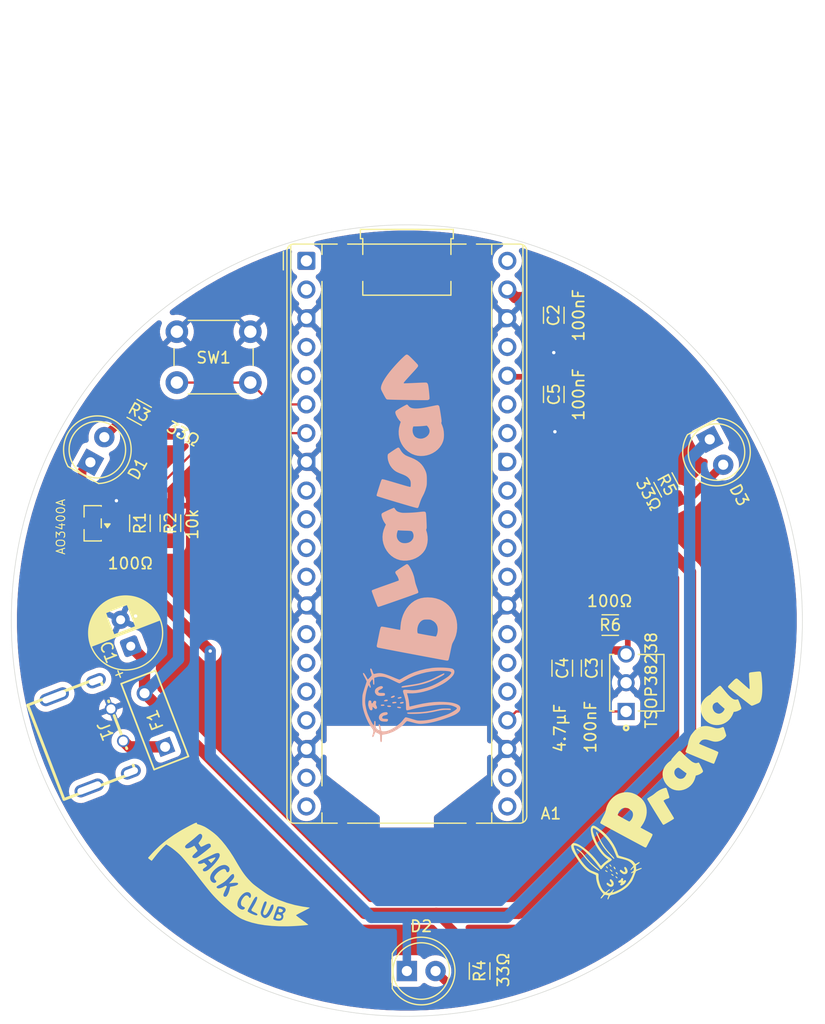
<source format=kicad_pcb>
(kicad_pcb (version 20241229) (generator "pcbnew") (generator_version "9.0")
  (layers (0 "F.Cu" signal) (2 "B.Cu" signal) (13 "F.Paste" user) (15 "B.Paste" user) (5 "F.SilkS" user "F.Silkscreen") (7 "B.SilkS" user "B.Silkscreen") (1 "F.Mask" user) (3 "B.Mask" user) (25 "Edge.Cuts" user))
  (net 0 "")
  (net 2 "IRTX")
  (net 3 "GND")
  (net 5 "GP16")
  (net 11 "+5V")
  (net 27 "+3.3V")
  (net 29 "Net-(A2-VS)")
  (net 30 "IRLEDNODE")
  (net 31 "Net-(D1-A)")
  (net 32 "Net-(D2-A)")
  (net 33 "Net-(D3-A)")
  (net 34 "Net-(F1-Pad1)")
  (net 35 "Net-(Q1-G)")
  (net 38 "Net-(A1-GPIO4)")
  (footprint "LED_THT:LED_D5.0mm" (layer "F.Cu") (at 122 86 61)
    (property "Reference" "D1" (at 1.532819 3.940998 61) (layer "F.SilkS"))
    (property "Value" "LED" (hide yes))
    (pad "1" thru_hole rect (at 0 0 61) (size 1.8 1.8) (drill 0.9) (layers "*.Cu" "*.Mask") (net 30 "IRLEDNODE"))
    (pad "2" thru_hole circle (at 2.539998 -0.000003 61) (size 1.8 1.8) (drill 0.9) (layers "*.Cu" "*.Mask") (net 31 "Net-(D1-A)"))
  )
  (footprint "Capacitor_SMD:C_1206_3216Metric_Pad1.33x1.80mm_HandSolder" (layer "F.Cu") (at 163.750001 104.2125 -90)
    (property "Reference" "C4" (at 0 -0.020003 90) (layer "F.SilkS"))
    (property "Value" "4.7µF" (at 5.300004 0.2 90) (layer "F.SilkS"))
    (pad "1" smd roundrect (at -1.562501 0 270) (size 1.325 1.8) (layers "F.Cu" "F.Mask" "F.Paste") (roundrect_rratio 0.188679) (net 29 "Net-(A2-VS)"))
    (pad "2" smd roundrect (at 1.562501 0 270) (size 1.325 1.8) (layers "F.Cu" "F.Mask" "F.Paste") (roundrect_rratio 0.188679) (net 3 "GND"))
  )
  (footprint "Resistor_SMD:R_1206_3216Metric_Pad1.30x1.75mm_HandSolder" (layer "F.Cu") (at 129.08 91.39 90)
    (property "Reference" "R2" (at 0 0 90) (layer "F.SilkS"))
    (property "Value" "10k" (at -0.09 1.95 90) (layer "F.SilkS"))
    (pad "1" smd roundrect (at -1.550001 0 90) (size 1.3 1.75) (layers "F.Cu" "F.Mask" "F.Paste") (roundrect_rratio 0.192308) (net 35 "Net-(Q1-G)"))
    (pad "2" smd roundrect (at 1.550001 0 90) (size 1.3 1.75) (layers "F.Cu" "F.Mask" "F.Paste") (roundrect_rratio 0.192308) (net 3 "GND"))
  )
  (footprint "Resistor_SMD:R_1206_3216Metric_Pad1.30x1.75mm_HandSolder" (layer "F.Cu") (at 126.31813 81.58486 151)
    (property "Reference" "R3" (at 0 0 151) (layer "F.SilkS"))
    (property "Value" "33Ω" (at -4.323638 0.206949 151) (layer "F.SilkS"))
    (pad "1" smd roundrect (at -1.550001 0.000004 151) (size 1.3 1.75) (layers "F.Cu" "F.Mask" "F.Paste") (roundrect_rratio 0.192308) (net 11 "+5V"))
    (pad "2" smd roundrect (at 1.550001 -0.000004 151) (size 1.3 1.75) (layers "F.Cu" "F.Mask" "F.Paste") (roundrect_rratio 0.192308) (net 31 "Net-(D1-A)"))
  )
  (footprint "Resistor_SMD:R_1206_3216Metric_Pad1.30x1.75mm_HandSolder" (layer "F.Cu") (at 156.44 131 -90)
    (property "Reference" "R4" (at 0 0 90) (layer "F.SilkS"))
    (property "Value" "33Ω" (at -0.1 -2.1 90) (layer "F.SilkS"))
    (pad "1" smd roundrect (at -1.55 0 270) (size 1.3 1.75) (layers "F.Cu" "F.Mask" "F.Paste") (roundrect_rratio 0.192308) (net 11 "+5V"))
    (pad "2" smd roundrect (at 1.55 0 270) (size 1.3 1.75) (layers "F.Cu" "F.Mask" "F.Paste") (roundrect_rratio 0.192308) (net 32 "Net-(D2-A)"))
  )
  (footprint "Package_TO_SOT_SMD:SOT-23" (layer "F.Cu") (at 122.2 91.4 180)
    (property "Reference" "Q1" (hide yes))
    (property "Value" "AO3400A" (at 2.82 -0.31 90) (layer "F.SilkS") (effects (font (size 0.75 0.75) (thickness 0.09375))))
    (pad "1" smd roundrect (at -0.9375 -0.95 180) (size 1.475 0.6) (layers "F.Cu" "F.Mask" "F.Paste") (net 35 "Net-(Q1-G)"))
    (pad "2" smd roundrect (at -0.9375 0.95 180) (size 1.475 0.6) (layers "F.Cu" "F.Mask" "F.Paste") (net 3 "GND"))
    (pad "3" smd roundrect (at 0.937501 0 180) (size 1.475 0.6) (layers "F.Cu" "F.Mask" "F.Paste") (net 30 "IRLEDNODE"))
  )
  (footprint "LOGO" (layer "F.Cu") (at 134.7 123.3 -36)
    (property "Reference" "G***" (hide yes))
    (property "Value" "LOGO" (hide yes))
  )
  (footprint "Resistor_SMD:R_1206_3216Metric_Pad1.30x1.75mm_HandSolder" (layer "F.Cu") (at 168 100.4 180)
    (property "Reference" "R6" (at 0 0 0) (layer "F.SilkS"))
    (property "Value" "100Ω" (at 0.050005 2.112498 0) (layer "F.SilkS"))
    (pad "1" smd roundrect (at -1.549997 -0.000002 180) (size 1.3 1.75) (layers "F.Cu" "F.Mask" "F.Paste") (roundrect_rratio 0.192308) (net 29 "Net-(A2-VS)"))
    (pad "2" smd roundrect (at 1.549997 0.000002 180) (size 1.3 1.75) (layers "F.Cu" "F.Mask" "F.Paste") (roundrect_rratio 0.192308) (net 27 "+3.3V"))
  )
  (footprint "USBC:USB-C-TH_TYPE-C-31-M-33" (layer "F.Cu") (at 122.354413 110.002394 -69)
    (property "Reference" "J1" (at 0.13934 -0.965125 111) (layer "F.SilkS"))
    (property "Value" "USB_C_Receptacle_PowerOnly_6P" (hide yes))
    (pad "3" thru_hole oval (at 4.319982 -1.800009 21) (size 1.8 1.1) (drill oval 1.3 0.6) (layers "*.Cu" "*.Mask"))
    (pad "4" thru_hole oval (at 4.320007 2.149986 291) (size 1.1 2.7) (drill oval 0.6 2.2) (layers "*.Cu" "*.Mask"))
    (pad "5" thru_hole oval (at -4.32 2.150003 291) (size 1.1 2.7) (drill oval 0.6 2.2) (layers "*.Cu" "*.Mask"))
    (pad "6" thru_hole oval (at -4.319986 -1.799989 21) (size 1.8 1.1) (drill oval 1.3 0.6) (layers "*.Cu" "*.Mask"))
    (pad "A9" thru_hole circle (at 1.519993 -2.150001 291) (size 1.1 1.1) (drill 0.8) (layers "*.Cu" "*.Mask") (net 34 "Net-(F1-Pad1)"))
    (pad "B12" thru_hole circle (at -1.520008 -2.149995 291) (size 1.1 1.1) (drill 0.8) (layers "*.Cu" "*.Mask") (net 3 "GND"))
  )
  (footprint "Resistor_SMD:R_1206_3216Metric_Pad1.30x1.75mm_HandSolder" (layer "F.Cu") (at 173 88 -62)
    (property "Reference" "R5" (at 0 0 118) (layer "F.SilkS"))
    (property "Value" "33Ω" (at -0.000002 1.83 118) (layer "F.SilkS"))
    (pad "1" smd roundrect (at -1.550003 0.000004 298) (size 1.3 1.75) (layers "F.Cu" "F.Mask" "F.Paste") (roundrect_rratio 0.192308) (net 11 "+5V"))
    (pad "2" smd roundrect (at 1.550003 -0.000004 298) (size 1.3 1.75) (layers "F.Cu" "F.Mask" "F.Paste") (roundrect_rratio 0.192308) (net 33 "Net-(D3-A)"))
  )
  (footprint "LED_THT:LED_D5.0mm" (layer "F.Cu") (at 176.801427 83.974242 -62)
    (property "Reference" "D3" (at 5.569142 0.0181 118) (layer "F.SilkS"))
    (property "Value" "LED" (hide yes))
    (pad "1" thru_hole rect (at 0 0 298) (size 1.8 1.8) (drill 0.9) (layers "*.Cu" "*.Mask") (net 30 "IRLEDNODE"))
    (pad "2" thru_hole circle (at 2.539998 0.000003 298) (size 1.8 1.8) (drill 0.9) (layers "*.Cu" "*.Mask") (net 33 "Net-(D3-A)"))
  )
  (footprint "Resistor_SMD:R_1206_3216Metric_Pad1.30x1.75mm_HandSolder" (layer "F.Cu") (at 126.38 91.390001 -90)
    (property "Reference" "R1" (at 0 0 90) (layer "F.SilkS"))
    (property "Value" "100Ω" (at 3.559999 0.84 0) (layer "F.SilkS"))
    (pad "1" smd roundrect (at -1.550001 0 270) (size 1.3 1.75) (layers "F.Cu" "F.Mask" "F.Paste") (roundrect_rratio 0.192308) (net 2 "IRTX"))
    (pad "2" smd roundrect (at 1.550001 0 270) (size 1.3 1.75) (layers "F.Cu" "F.Mask" "F.Paste") (roundrect_rratio 0.192308) (net 35 "Net-(Q1-G)"))
  )
  (footprint "LED_THT:LED_D5.0mm" (layer "F.Cu") (at 150 131)
    (property "Reference" "D2" (at 1.27 -3.96 0) (layer "F.SilkS"))
    (property "Value" "LED" (hide yes))
    (pad "1" thru_hole rect (at 0 0) (size 1.8 1.8) (drill 0.9) (layers "*.Cu" "*.Mask") (net 30 "IRLEDNODE"))
    (pad "2" thru_hole circle (at 2.54 0) (size 1.8 1.8) (drill 0.9) (layers "*.Cu" "*.Mask") (net 32 "Net-(D2-A)"))
  )
  (footprint "Capacitor_SMD:C_1206_3216Metric_Pad1.33x1.80mm_HandSolder" (layer "F.Cu") (at 166.350004 104.212498 -90)
    (property "Reference" "C3" (at 0 -0.020003 90) (layer "F.SilkS"))
    (property "Value" "100nF" (at 5.199998 0.1 90) (layer "F.SilkS"))
    (pad "1" smd roundrect (at -1.562501 0 270) (size 1.325 1.8) (layers "F.Cu" "F.Mask" "F.Paste") (roundrect_rratio 0.188679) (net 29 "Net-(A2-VS)"))
    (pad "2" smd roundrect (at 1.562501 0 270) (size 1.325 1.8) (layers "F.Cu" "F.Mask" "F.Paste") (roundrect_rratio 0.188679) (net 3 "GND"))
  )
  (footprint "TSOP38238:XDCR_TSOP38238" (layer "F.Cu") (at 169.4 105.5 90)
    (property "Reference" "A2" (hide yes))
    (property "Value" "TSOP38238" (at 0.211791 2.226015 90) (layer "F.SilkS"))
    (pad "1" thru_hole rect (at -2.540002 0.000002 90) (size 1.518 1.518) (drill 1.01) (layers "*.Cu" "*.Mask") (net 5 "GP16"))
    (pad "2" thru_hole circle (at 0 0 90) (size 1.518 1.518) (drill 1.01) (layers "*.Cu" "*.Mask") (net 3 "GND"))
    (pad "3" thru_hole circle (at 2.540002 -0.000002 90) (size 1.518 1.518) (drill 1.01) (layers "*.Cu" "*.Mask") (net 29 "Net-(A2-VS)"))
  )
  (footprint "LOGO" (layer "F.Cu") (at 173.433746 113.903253 51)
    (property "Reference" "G***" (hide yes))
    (property "Value" "LOGO" (hide yes))
  )
  (footprint "Module:RaspberryPi_Pico_Common_THT" (layer "F.Cu") (at 141.11 68.1825)
    (property "Reference" "A1" (at 20.6375 48.895 0) (layer "F.SilkS") (effects (justify left)))
    (property "Value" "RaspberryPi_Pico_W")
    (pad "1" thru_hole roundrect (at 0 0) (size 1.6 1.6) (drill 1) (layers "*.Cu" "*.Mask") (roundrect_rratio 0.125))
    (pad "2" thru_hole circle (at 0 2.54) (size 1.6 1.6) (drill 1) (layers "*.Cu" "*.Mask"))
    (pad "3" thru_hole custom (at 0 5.08) (size 1.6 1.6) (drill 1) (layers "*.Cu" "*.Mask") (net 3 "GND") (options (clearance outline) (anchor circle)) (primitives (gr_poly (pts (xy 0.8 0.6) (xy 0.8 -0.6) (xy 0.6 -0.8) (xy 0 -0.8) (xy 0 0.8) (xy 0.6 0.8)) (width 0) (fill yes)) (gr_circle (center 0.6 0.6) (end 0.8 0.6) (width 0) (fill yes)) (gr_circle (center 0.6 -0.6) (end 0.8 -0.6) (width 0) (fill yes))))
    (pad "4" thru_hole circle (at 0 7.62) (size 1.6 1.6) (drill 1) (layers "*.Cu" "*.Mask"))
    (pad "5" thru_hole circle (at 0 10.16) (size 1.6 1.6) (drill 1) (layers "*.Cu" "*.Mask"))
    (pad "6" thru_hole circle (at 0 12.7) (size 1.6 1.6) (drill 1) (layers "*.Cu" "*.Mask") (net 38 "Net-(A1-GPIO4)"))
    (pad "7" thru_hole circle (at 0 15.24) (size 1.6 1.6) (drill 1) (layers "*.Cu" "*.Mask") (net 2 "IRTX"))
    (pad "8" thru_hole custom (at 0 17.78) (size 1.6 1.6) (drill 1) (layers "*.Cu" "*.Mask") (net 3 "GND") (options (clearance outline) (anchor circle)) (primitives (gr_poly (pts (xy 0.8 0.6) (xy 0.8 -0.6) (xy 0.6 -0.8) (xy 0 -0.8) (xy 0 0.8) (xy 0.6 0.8)) (width 0) (fill yes)) (gr_circle (center 0.6 0.6) (end 0.8 0.6) (width 0) (fill yes)) (gr_circle (center 0.6 -0.6) (end 0.8 -0.6) (width 0) (fill yes))))
    (pad "9" thru_hole circle (at 0 20.32) (size 1.6 1.6) (drill 1) (layers "*.Cu" "*.Mask"))
    (pad "10" thru_hole circle (at 0 22.86) (size 1.6 1.6) (drill 1) (layers "*.Cu" "*.Mask"))
    (pad "11" thru_hole circle (at 0 25.4) (size 1.6 1.6) (drill 1) (layers "*.Cu" "*.Mask"))
    (pad "12" thru_hole circle (at 0 27.94) (size 1.6 1.6) (drill 1) (layers "*.Cu" "*.Mask"))
    (pad "13" thru_hole custom (at 0 30.48) (size 1.6 1.6) (drill 1) (layers "*.Cu" "*.Mask") (net 3 "GND") (options (clearance outline) (anchor circle)) (primitives (gr_poly (pts (xy 0.8 0.6) (xy 0.8 -0.6) (xy 0.6 -0.8) (xy 0 -0.8) (xy 0 0.8) (xy 0.6 0.8)) (width 0) (fill yes)) (gr_circle (center 0.6 0.6) (end 0.8 0.6) (width 0) (fill yes)) (gr_circle (center 0.6 -0.6) (end 0.8 -0.6) (width 0) (fill yes))))
    (pad "14" thru_hole circle (at 0 33.02) (size 1.6 1.6) (drill 1) (layers "*.Cu" "*.Mask"))
    (pad "15" thru_hole circle (at 0 35.56) (size 1.6 1.6) (drill 1) (layers "*.Cu" "*.Mask"))
    (pad "16" thru_hole circle (at 0 38.1) (size 1.6 1.6) (drill 1) (layers "*.Cu" "*.Mask"))
    (pad "17" thru_hole circle (at 0 40.64) (size 1.6 1.6) (drill 1) (layers "*.Cu" "*.Mask"))
    (pad "18" thru_hole custom (at 0 43.18) (size 1.6 1.6) (drill 1) (layers "*.Cu" "*.Mask") (net 3 "GND") (options (clearance outline) (anchor circle)) (primitives (gr_poly (pts (xy 0.8 0.6) (xy 0.8 -0.6) (xy 0.6 -0.8) (xy 0 -0.8) (xy 0 0.8) (xy 0.6 0.8)) (width 0) (fill yes)) (gr_circle (center 0.6 0.6) (end 0.8 0.6) (width 0) (fill yes)) (gr_circle (center 0.6 -0.6) (end 0.8 -0.6) (width 0) (fill yes))))
    (pad "19" thru_hole circle (at 0 45.72) (size 1.6 1.6) (drill 1) (layers "*.Cu" "*.Mask"))
    (pad "20" thru_hole circle (at 0 48.26) (size 1.6 1.6) (drill 1) (layers "*.Cu" "*.Mask"))
    (pad "21" thru_hole circle (at 17.78 48.26) (size 1.6 1.6) (drill 1) (layers "*.Cu" "*.Mask"))
    (pad "22" thru_hole circle (at 17.78 45.72) (size 1.6 1.6) (drill 1) (layers "*.Cu" "*.Mask"))
    (pad "23" thru_hole custom (at 17.78 43.18) (size 1.6 1.6) (drill 1) (layers "*.Cu" "*.Mask") (net 3 "GND") (options (clearance outline) (anchor circle)) (primitives (gr_poly (pts (xy -0.8 0.6) (xy -0.8 -0.6) (xy -0.6 -0.8) (xy 0 -0.8) (xy 0 0.8) (xy -0.6 0.8)) (width 0) (fill yes)) (gr_circle (center -0.6 0.6) (end -0.4 0.6) (width 0) (fill yes)) (gr_circle (center -0.6 -0.6) (end -0.4 -0.6) (width 0) (fill yes))))
    (pad "24" thru_hole circle (at 17.78 40.64) (size 1.6 1.6) (drill 1) (layers "*.Cu" "*.Mask") (net 5 "GP16"))
    (pad "25" thru_hole circle (at 17.78 38.1) (size 1.6 1.6) (drill 1) (layers "*.Cu" "*.Mask"))
    (pad "26" thru_hole circle (at 17.78 35.56) (size 1.6 1.6) (drill 1) (layers "*.Cu" "*.Mask"))
    (pad "27" thru_hole circle (at 17.78 33.02) (size 1.6 1.6) (drill 1) (layers "*.Cu" "*.Mask"))
    (pad "28" thru_hole custom (at 17.78 30.48) (size 1.6 1.6) (drill 1) (layers "*.Cu" "*.Mask") (net 3 "GND") (options (clearance outline) (anchor circle)) (primitives (gr_poly (pts (xy -0.8 0.6) (xy -0.8 -0.6) (xy -0.6 -0.8) (xy 0 -0.8) (xy 0 0.8) (xy -0.6 0.8)) (width 0) (fill yes)) (gr_circle (center -0.6 0.6) (end -0.4 0.6) (width 0) (fill yes)) (gr_circle (center -0.6 -0.6) (end -0.4 -0.6) (width 0) (fill yes))))
    (pad "29" thru_hole circle (at 17.78 27.94) (size 1.6 1.6) (drill 1) (layers "*.Cu" "*.Mask"))
    (pad "30" thru_hole circle (at 17.78 25.4) (size 1.6 1.6) (drill 1) (layers "*.Cu" "*.Mask"))
    (pad "31" thru_hole circle (at 17.78 22.86) (size 1.6 1.6) (drill 1) (layers "*.Cu" "*.Mask"))
    (pad "32" thru_hole circle (at 17.78 20.32) (size 1.6 1.6) (drill 1) (layers "*.Cu" "*.Mask"))
    (pad "33" thru_hole custom (at 17.78 17.78) (size 1.6 1.6) (drill 1) (layers "*.Cu" "*.Mask") (options (clearance outline) (anchor circle)) (primitives (gr_poly (pts (xy -0.8 0.6) (xy -0.8 -0.6) (xy -0.6 -0.8) (xy 0 -0.8) (xy 0 0.8) (xy -0.6 0.8)) (width 0) (fill yes)) (gr_circle (center -0.6 0.6) (end -0.4 0.6) (width 0) (fill yes)) (gr_circle (center -0.6 -0.6) (end -0.4 -0.6) (width 0) (fill yes))))
    (pad "34" thru_hole circle (at 17.78 15.24) (size 1.6 1.6) (drill 1) (layers "*.Cu" "*.Mask"))
    (pad "35" thru_hole circle (at 17.78 12.7) (size 1.6 1.6) (drill 1) (layers "*.Cu" "*.Mask"))
    (pad "36" thru_hole circle (at 17.78 10.16) (size 1.6 1.6) (drill 1) (layers "*.Cu" "*.Mask") (net 27 "+3.3V"))
    (pad "37" thru_hole circle (at 17.78 7.62) (size 1.6 1.6) (drill 1) (layers "*.Cu" "*.Mask"))
    (pad "38" thru_hole custom (at 17.78 5.08) (size 1.6 1.6) (drill 1) (layers "*.Cu" "*.Mask") (net 3 "GND") (options (clearance outline) (anchor circle)) (primitives (gr_poly (pts (xy -0.8 0.6) (xy -0.8 -0.6) (xy -0.6 -0.8) (xy 0 -0.8) (xy 0 0.8) (xy -0.6 0.8)) (width 0) (fill yes)) (gr_circle (center -0.6 0.6) (end -0.4 0.6) (width 0) (fill yes)) (gr_circle (center -0.6 -0.6) (end -0.4 -0.6) (width 0) (fill yes))))
    (pad "39" thru_hole circle (at 17.78 2.54) (size 1.6 1.6) (drill 1) (layers "*.Cu" "*.Mask") (net 11 "+5V"))
    (pad "40" thru_hole circle (at 17.78 0) (size 1.6 1.6) (drill 1) (layers "*.Cu" "*.Mask"))
    (zone (net 0) (net_name "") (layers "F.Cu" "B.Cu" "F.Paste" "B.Paste") (name "Antenna Copper Keep Out") (connect_pads (clearance 0)) (min_thickness 0.254)
      (keepout (tracks not_allowed) (vias not_allowed) (pads not_allowed) (copperpour not_allowed) (footprints allowed))
      (fill (thermal_gap 0.508) (thermal_bridge_width 0.508))
      (polygon (pts (xy 147.6 117.302395) (xy 142.9 113.652395) (xy 142.9 109.3125) (xy 157.1 109.3125) (xy 157.1 113.652395) (xy 152.4 117.302395) (xy 152.4 118.3125) (xy 147.6 118.3125)))
    )
  )
  (footprint "Capacitor_SMD:C_1206_3216Metric_Pad1.33x1.80mm_HandSolder" (layer "F.Cu") (at 163 80 -90)
    (property "Reference" "C5" (at 0 -0.02 90) (layer "F.SilkS"))
    (property "Value" "100nF" (at 0 -2.2 90) (layer "F.SilkS"))
    (pad "1" smd roundrect (at -1.5625 0 270) (size 1.325 1.8) (layers "F.Cu" "F.Mask" "F.Paste") (roundrect_rratio 0.188679) (net 27 "+3.3V"))
    (pad "2" smd roundrect (at 1.5625 0 270) (size 1.325 1.8) (layers "F.Cu" "F.Mask" "F.Paste") (roundrect_rratio 0.188679) (net 3 "GND"))
  )
  (footprint "Capacitor_THT:CP_Radial_D6.3mm_P2.50mm" (layer "F.Cu") (at 125.568504 102.266756 111)
    (property "Reference" "C1" (at 0.207624 -2.028854 111) (layer "F.SilkS"))
    (property "Value" "10µF")
    (pad "1" thru_hole roundrect (at 0 0 111) (size 1.6 1.6) (drill 0.8) (layers "*.Cu" "*.Mask") (roundrect_rratio 0.15625) (net 11 "+5V"))
    (pad "2" thru_hole circle (at 2.499998 0.000012 111) (size 1.6 1.6) (drill 0.8) (layers "*.Cu" "*.Mask") (net 3 "GND"))
  )
  (footprint "Button_Switch_THT:SW_PUSH_6mm" (layer "F.Cu") (at 129.65 74.45)
    (property "Reference" "SW1" (at 3.25 2.3 0) (layer "F.SilkS"))
    (property "Value" "SW_Push" (hide yes))
    (pad "1" thru_hole circle (at 0 0 90) (size 2 2) (drill 1.1) (layers "*.Cu" "*.Mask") (net 3 "GND"))
    (pad "1" thru_hole circle (at 6.5 0 90) (size 2 2) (drill 1.1) (layers "*.Cu" "*.Mask") (net 3 "GND"))
    (pad "2" thru_hole circle (at 0 4.5 90) (size 2 2) (drill 1.1) (layers "*.Cu" "*.Mask") (net 38 "Net-(A1-GPIO4)"))
    (pad "2" thru_hole circle (at 6.5 4.5 90) (size 2 2) (drill 1.1) (layers "*.Cu" "*.Mask") (net 38 "Net-(A1-GPIO4)"))
  )
  (footprint "Capacitor_SMD:C_1206_3216Metric_Pad1.33x1.80mm_HandSolder" (layer "F.Cu") (at 163 73 90)
    (property "Reference" "C2" (at 0 -0.02 90) (layer "F.SilkS"))
    (property "Value" "100nF" (hide yes))
    (pad "1" smd roundrect (at -1.5625 0 90) (size 1.325 1.8) (layers "F.Cu" "F.Mask" "F.Paste") (roundrect_rratio 0.188679) (net 3 "GND"))
    (pad "2" smd roundrect (at 1.5625 0 90) (size 1.325 1.8) (layers "F.Cu" "F.Mask" "F.Paste") (roundrect_rratio 0.188679) (net 11 "+5V"))
  )
  (footprint "RXEF050:FUS_RXEF050_TYCO_TYC" (layer "F.Cu") (at 128.610264 111.17129 111)
    (property "Reference" "F1" (at 2.540001 -0.000006 111) (layer "F.SilkS"))
    (property "Value" "Polyfuse")
    (pad "1" thru_hole rect (at 0 0 111) (size 1.397 1.397) (drill 0.889) (layers "*.Cu" "*.Mask") (net 34 "Net-(F1-Pad1)"))
    (pad "2" thru_hole circle (at 5.080009 -0.000005 111) (size 1.397 1.397) (drill 0.889) (layers "*.Cu" "*.Mask") (net 11 "+5V"))
  )
  (footprint "LOGO" (layer "B.Cu") (at 150.3 93.6 90)
    (property "Reference" "G***" (hide yes))
    (property "Value" "LOGO" (hide yes))
  )
  (gr_circle (center 150 100) (end 185 100) (stroke (width 0.05)) (fill no) (layer "Edge.Cuts"))
  (gr_text "100nF" (at 165.2 73 90) (layer "F.SilkS") (effects (font (size 1 1))))
  (segment (start 126.38 89.84) (end 132.7975 83.4225) (width 0.2) (layer "F.Cu") (net 2))
  (segment (start 132.7975 83.4225) (end 141.11 83.4225) (width 0.2) (layer "F.Cu") (net 2))
  (via (at 163.1 83.3) (size 0.6) (drill 0.3) (layers "F.Cu" "B.Cu") (net 3))
  (via (at 124.3 89.4) (size 0.6) (drill 0.3) (layers "F.Cu" "B.Cu") (net 3))
  (via (at 163 76.3) (size 0.6) (drill 0.3) (layers "F.Cu" "B.Cu") (net 3))
  (via (at 126 99.6) (size 0.6) (drill 0.3) (layers "F.Cu" "B.Cu") (net 3))
  (segment (start 159.672498 108.040002) (end 158.89 108.8225) (width 0.2) (layer "F.Cu") (net 5))
  (segment (start 169.400002 108.040002) (end 159.672498 108.040002) (width 0.2) (layer "F.Cu") (net 5))
  (segment (start 128.837481 83.5) (end 127.673793 82.336312) (width 1) (layer "F.Cu") (net 11))
  (segment (start 164.4375 71.4375) (end 163 71.4375) (width 1) (layer "F.Cu") (net 11))
  (segment (start 126.789747 106.428695) (end 126.789747 103.487999) (width 1) (layer "F.Cu") (net 11))
  (segment (start 175.1 95.7) (end 171.625325 92.225325) (width 1) (layer "F.Cu") (net 11))
  (segment (start 163 71.4375) (end 159.605 71.4375) (width 1) (layer "F.Cu") (net 11))
  (segment (start 126.789747 106.428695) (end 146.261052 125.9) (width 1) (layer "F.Cu") (net 11))
  (segment (start 171.625325 92.225325) (end 171.625325 87.278419) (width 1) (layer "F.Cu") (net 11))
  (segment (start 172.272314 79.272314) (end 164.4375 71.4375) (width 1) (layer "F.Cu") (net 11))
  (segment (start 129.8 83.5) (end 128.837481 83.5) (width 1) (layer "F.Cu") (net 11))
  (segment (start 171.625325 87.278419) (end 172.272314 86.63143) (width 1) (layer "F.Cu") (net 11))
  (segment (start 152.6 125.9) (end 159.9 125.9) (width 1) (layer "F.Cu") (net 11))
  (segment (start 146.261052 125.9) (end 152.6 125.9) (width 1) (layer "F.Cu") (net 11))
  (segment (start 152.6 125.9) (end 156.15 129.45) (width 0.75) (layer "F.Cu") (net 11))
  (segment (start 159.9 125.9) (end 175.1 110.7) (width 1) (layer "F.Cu") (net 11))
  (segment (start 126.789747 103.487999) (end 125.568504 102.266756) (width 1) (layer "F.Cu") (net 11))
  (segment (start 175.1 110.7) (end 175.1 95.7) (width 1) (layer "F.Cu") (net 11))
  (segment (start 156.15 129.45) (end 156.44 129.45) (width 0.2) (layer "F.Cu") (net 11))
  (segment (start 172.272314 86.63143) (end 172.272314 79.272314) (width 1) (layer "F.Cu") (net 11))
  (segment (start 159.605 71.4375) (end 158.89 70.7225) (width 1) (layer "F.Cu") (net 11))
  (via (at 129.8 83.5) (size 0.6) (drill 0.3) (layers "F.Cu" "B.Cu") (net 11))
  (segment (start 126.789747 106.428695) (end 129.8 103.418442) (width 1) (layer "B.Cu") (net 11))
  (segment (start 129.8 103.418442) (end 129.8 83.5) (width 1) (layer "B.Cu") (net 11))
  (segment (start 163 78.4375) (end 158.985 78.4375) (width 0.5) (layer "F.Cu") (net 27))
  (segment (start 166.450003 100.399998) (end 166.450003 80.550003) (width 0.5) (layer "F.Cu") (net 27))
  (segment (start 158.985 78.4375) (end 158.89 78.3425) (width 0.2) (layer "F.Cu") (net 27))
  (segment (start 164.3375 78.4375) (end 163 78.4375) (width 0.5) (layer "F.Cu") (net 27))
  (segment (start 166.450003 80.550003) (end 164.3375 78.4375) (width 0.5) (layer "F.Cu") (net 27))
  (segment (start 169.549997 102.809999) (end 169.399998 102.959998) (width 0.2) (layer "F.Cu") (net 29))
  (segment (start 163.750001 102.649999) (end 169.089999 102.649999) (width 0.75) (layer "F.Cu") (net 29))
  (segment (start 169.549997 100.400002) (end 169.549997 102.809999) (width 0.5) (layer "F.Cu") (net 29))
  (segment (start 169.089999 102.649999) (end 169.399998 102.959998) (width 0.2) (layer "F.Cu") (net 29))
  (segment (start 166.600002 102.399999) (end 166.350004 102.649997) (width 0.2) (layer "F.Cu") (net 29))
  (segment (start 123.1 95.2) (end 121.262499 93.362499) (width 1) (layer "F.Cu") (net 30))
  (segment (start 121.27 91.392499) (end 121.262499 91.4) (width 0.2) (layer "F.Cu") (net 30))
  (segment (start 125.1 95.2) (end 123.1 95.2) (width 1) (layer "F.Cu") (net 30))
  (segment (start 132.6 102.7) (end 125.1 95.2) (width 1) (layer "F.Cu") (net 30))
  (segment (start 121.27 86.73) (end 121.27 91.392499) (width 0.75) (layer "F.Cu") (net 30))
  (segment (start 121.262499 93.362499) (end 121.262499 91.4) (width 1) (layer "F.Cu") (net 30))
  (segment (start 122 86) (end 121.27 86.73) (width 0.75) (layer "F.Cu") (net 30))
  (via (at 132.6 102.7) (size 0.6) (drill 0.3) (layers "F.Cu" "B.Cu") (net 30))
  (segment (start 150 131) (end 150 126.26) (width 0.75) (layer "B.Cu") (net 30))
  (segment (start 176.801427 83.974242) (end 175.02 85.755669) (width 1) (layer "B.Cu") (net 30))
  (segment (start 146.86 126.26) (end 150 126.26) (width 1) (layer "B.Cu") (net 30))
  (segment (start 175.02 110.08) (end 158.84 126.26) (width 1) (layer "B.Cu") (net 30))
  (segment (start 132.6 102.7) (end 132.6 112) (width 1) (layer "B.Cu") (net 30))
  (segment (start 158.84 126.26) (end 150 126.26) (width 1) (layer "B.Cu") (net 30))
  (segment (start 175.02 85.755669) (end 175.02 110.08) (width 1) (layer "B.Cu") (net 30))
  (segment (start 132.6 112) (end 146.86 126.26) (width 1) (layer "B.Cu") (net 30))
  (segment (start 124.962467 82.047412) (end 124.962467 80.833408) (width 0.75) (layer "F.Cu") (net 31))
  (segment (start 123.231413 83.778466) (end 124.962467 82.047412) (width 0.75) (layer "F.Cu") (net 31))
  (segment (start 156.44 132.55) (end 154.09 132.55) (width 0.75) (layer "F.Cu") (net 32))
  (segment (start 154.09 132.55) (end 152.54 131) (width 0.75) (layer "F.Cu") (net 32))
  (segment (start 174.84224 89.36857) (end 173.727686 89.36857) (width 0.75) (layer "F.Cu") (net 33))
  (segment (start 177.993881 86.216929) (end 174.84224 89.36857) (width 0.75) (layer "F.Cu") (net 33))
  (segment (start 125.42668 111.17129) (end 124.906328 110.650938) (width 1) (layer "F.Cu") (net 34))
  (segment (start 128.610264 111.17129) (end 125.42668 111.17129) (width 1) (layer "F.Cu") (net 34))
  (segment (start 128.5 92.950001) (end 123.737501 92.950001) (width 0.5) (layer "F.Cu") (net 35))
  (segment (start 123.737501 92.950001) (end 123.1375 92.35) (width 0.5) (layer "F.Cu") (net 35))
  (segment (start 136.15 78.95) (end 129.65 78.95) (width 0.2) (layer "F.Cu") (net 38))
  (segment (start 136.15 78.95) (end 138.0825 80.8825) (width 0.2) (layer "F.Cu") (net 38))
  (segment (start 138.0825 80.8825) (end 141.11 80.8825) (width 0.2) (layer "F.Cu") (net 38))
  (zone (net 3) (net_name "GND") (layer "F.Cu") (connect_pads (clearance 0.5)) (min_thickness 0.5) (fill yes (thermal_gap 0.5) (thermal_bridge_width 0.5))
    (polygon (pts (xy 187 63.7) (xy 114 63.7) (xy 114 135.7) (xy 187 135.7)))
  )
  (zone (net 3) (net_name "GND") (layer "B.Cu") (connect_pads (clearance 0.5)) (min_thickness 0.5) (fill yes (thermal_gap 0.5) (thermal_bridge_width 0.5))
    (polygon (pts (xy 187 63.7) (xy 114 63.7) (xy 114 135.7) (xy 187 135.7)))
  )
)
</source>
